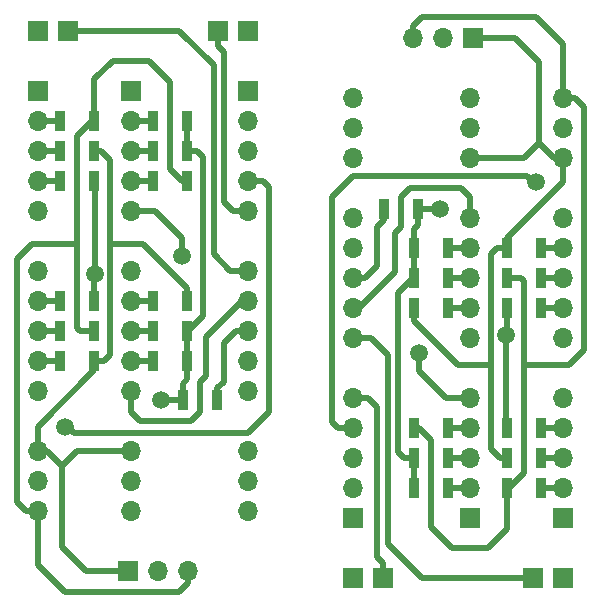
<source format=gbl>
G04 #@! TF.FileFunction,Copper,L2,Bot,Signal*
%FSLAX46Y46*%
G04 Gerber Fmt 4.6, Leading zero omitted, Abs format (unit mm)*
G04 Created by KiCad (PCBNEW 4.0.5) date 03/25/17 21:32:30*
%MOMM*%
%LPD*%
G01*
G04 APERTURE LIST*
%ADD10C,0.100000*%
%ADD11R,0.900000X1.700000*%
%ADD12R,1.700000X1.700000*%
%ADD13O,1.700000X1.700000*%
%ADD14C,1.500000*%
%ADD15C,0.500000*%
G04 APERTURE END LIST*
D10*
D11*
X121338000Y-120015000D03*
X118438000Y-120015000D03*
X121338000Y-122555000D03*
X118438000Y-122555000D03*
X121338000Y-125095000D03*
X118438000Y-125095000D03*
X113464000Y-135255000D03*
X110564000Y-135255000D03*
X121338000Y-135255000D03*
X118438000Y-135255000D03*
X113464000Y-137795000D03*
X110564000Y-137795000D03*
X121338000Y-137795000D03*
X118438000Y-137795000D03*
X113464000Y-140335000D03*
X110564000Y-140335000D03*
X121338000Y-140335000D03*
X118438000Y-140335000D03*
X113464000Y-120015000D03*
X110564000Y-120015000D03*
X113464000Y-122555000D03*
X110564000Y-122555000D03*
X113464000Y-125095000D03*
X110564000Y-125095000D03*
X108024000Y-116713000D03*
X110924000Y-116713000D03*
D12*
X105410000Y-142875000D03*
D13*
X105410000Y-140335000D03*
X105410000Y-137795000D03*
X105410000Y-135255000D03*
X105410000Y-132715000D03*
X105410000Y-127635000D03*
X105410000Y-125095000D03*
X105410000Y-122555000D03*
X105410000Y-120015000D03*
X105410000Y-117475000D03*
X105410000Y-112395000D03*
X105410000Y-109855000D03*
X105410000Y-107315000D03*
D12*
X115316000Y-142875000D03*
D13*
X115316000Y-140335000D03*
X115316000Y-137795000D03*
X115316000Y-135255000D03*
X115316000Y-132715000D03*
X115316000Y-127635000D03*
X115316000Y-125095000D03*
X115316000Y-122555000D03*
X115316000Y-120015000D03*
X115316000Y-117475000D03*
X115316000Y-112395000D03*
X115316000Y-109855000D03*
X115316000Y-107315000D03*
D12*
X115570000Y-102235000D03*
D13*
X113030000Y-102235000D03*
X110490000Y-102235000D03*
D12*
X107950000Y-147955000D03*
X105410000Y-147955000D03*
X123190000Y-147955000D03*
X120650000Y-147955000D03*
X123190000Y-142875000D03*
D13*
X123190000Y-140335000D03*
X123190000Y-137795000D03*
X123190000Y-135255000D03*
X123190000Y-132715000D03*
X123190000Y-127635000D03*
X123190000Y-125095000D03*
X123190000Y-122555000D03*
X123190000Y-120015000D03*
X123190000Y-117475000D03*
X123190000Y-112395000D03*
X123190000Y-109855000D03*
X123190000Y-107315000D03*
D12*
X78740000Y-106680000D03*
D13*
X78740000Y-109220000D03*
X78740000Y-111760000D03*
X78740000Y-114300000D03*
X78740000Y-116840000D03*
X78740000Y-121920000D03*
X78740000Y-124460000D03*
X78740000Y-127000000D03*
X78740000Y-129540000D03*
X78740000Y-132080000D03*
X78740000Y-137160000D03*
X78740000Y-139700000D03*
X78740000Y-142240000D03*
D12*
X81280000Y-101600000D03*
X78740000Y-101600000D03*
X96520000Y-101600000D03*
X93980000Y-101600000D03*
X86360000Y-147320000D03*
D13*
X88900000Y-147320000D03*
X91440000Y-147320000D03*
D12*
X86614000Y-106680000D03*
D13*
X86614000Y-109220000D03*
X86614000Y-111760000D03*
X86614000Y-114300000D03*
X86614000Y-116840000D03*
X86614000Y-121920000D03*
X86614000Y-124460000D03*
X86614000Y-127000000D03*
X86614000Y-129540000D03*
X86614000Y-132080000D03*
X86614000Y-137160000D03*
X86614000Y-139700000D03*
X86614000Y-142240000D03*
D12*
X96520000Y-106680000D03*
D13*
X96520000Y-109220000D03*
X96520000Y-111760000D03*
X96520000Y-114300000D03*
X96520000Y-116840000D03*
X96520000Y-121920000D03*
X96520000Y-124460000D03*
X96520000Y-127000000D03*
X96520000Y-129540000D03*
X96520000Y-132080000D03*
X96520000Y-137160000D03*
X96520000Y-139700000D03*
X96520000Y-142240000D03*
D11*
X93906000Y-132842000D03*
X91006000Y-132842000D03*
X88466000Y-124460000D03*
X91366000Y-124460000D03*
X88466000Y-127000000D03*
X91366000Y-127000000D03*
X88466000Y-129540000D03*
X91366000Y-129540000D03*
X80592000Y-109220000D03*
X83492000Y-109220000D03*
X88466000Y-109220000D03*
X91366000Y-109220000D03*
X80592000Y-111760000D03*
X83492000Y-111760000D03*
X88466000Y-111760000D03*
X91366000Y-111760000D03*
X80592000Y-114300000D03*
X83492000Y-114300000D03*
X88466000Y-114300000D03*
X91366000Y-114300000D03*
X80592000Y-124460000D03*
X83492000Y-124460000D03*
X80592000Y-127000000D03*
X83492000Y-127000000D03*
X80592000Y-129540000D03*
X83492000Y-129540000D03*
D14*
X118364000Y-127381000D03*
X112776000Y-116713000D03*
X89154000Y-132842000D03*
X83566000Y-122174000D03*
X120904000Y-114427000D03*
X81026000Y-135128000D03*
X110998000Y-128905000D03*
X90932000Y-120650000D03*
D15*
X111252000Y-147955000D02*
X120650000Y-147955000D01*
X108331000Y-145034000D02*
X111252000Y-147955000D01*
X108331000Y-129032000D02*
X108331000Y-145034000D01*
X106934000Y-127635000D02*
X108331000Y-129032000D01*
X105410000Y-127635000D02*
X106934000Y-127635000D01*
X96520000Y-121920000D02*
X94996000Y-121920000D01*
X94996000Y-121920000D02*
X93599000Y-120523000D01*
X93599000Y-120523000D02*
X93599000Y-104521000D01*
X93599000Y-104521000D02*
X90678000Y-101600000D01*
X90678000Y-101600000D02*
X81280000Y-101600000D01*
X107950000Y-146685000D02*
X107442000Y-146177000D01*
X107442000Y-146177000D02*
X107442000Y-133477000D01*
X107442000Y-133477000D02*
X106680000Y-132715000D01*
X107950000Y-146685000D02*
X107950000Y-147955000D01*
X105410000Y-132715000D02*
X106680000Y-132715000D01*
X96520000Y-116840000D02*
X95250000Y-116840000D01*
X93980000Y-102870000D02*
X93980000Y-101600000D01*
X94488000Y-116078000D02*
X95250000Y-116840000D01*
X94488000Y-103378000D02*
X94488000Y-116078000D01*
X93980000Y-102870000D02*
X94488000Y-103378000D01*
X121158000Y-111125000D02*
X119888000Y-112395000D01*
X117856000Y-137795000D02*
X117094000Y-137033000D01*
X117094000Y-129921000D02*
X117094000Y-120523000D01*
X117094000Y-137033000D02*
X117094000Y-129921000D01*
X117094000Y-120523000D02*
X117602000Y-120015000D01*
X117602000Y-120015000D02*
X118438000Y-120015000D01*
X118438000Y-137795000D02*
X117856000Y-137795000D01*
X122428000Y-112395000D02*
X123190000Y-112395000D01*
X121158000Y-111125000D02*
X122428000Y-112395000D01*
X118438000Y-119179000D02*
X118438000Y-120015000D01*
X123190000Y-114427000D02*
X118438000Y-119179000D01*
X123190000Y-112395000D02*
X123190000Y-114427000D01*
X119888000Y-112395000D02*
X115316000Y-112395000D01*
X111760000Y-127381000D02*
X111760000Y-127381000D01*
X111760000Y-127381000D02*
X110564000Y-126185000D01*
X110564000Y-126185000D02*
X110564000Y-125095000D01*
X117094000Y-129921000D02*
X114300000Y-129921000D01*
X114300000Y-129921000D02*
X111760000Y-127381000D01*
X119126000Y-102235000D02*
X121158000Y-104267000D01*
X121158000Y-104267000D02*
X121158000Y-111125000D01*
X115824000Y-102235000D02*
X119126000Y-102235000D01*
X86106000Y-147320000D02*
X82804000Y-147320000D01*
X80772000Y-145288000D02*
X80772000Y-138430000D01*
X82804000Y-147320000D02*
X80772000Y-145288000D01*
X87630000Y-119634000D02*
X90170000Y-122174000D01*
X84836000Y-119634000D02*
X87630000Y-119634000D01*
X91366000Y-123370000D02*
X91366000Y-124460000D01*
X90170000Y-122174000D02*
X91366000Y-123370000D01*
X90170000Y-122174000D02*
X90170000Y-122174000D01*
X82042000Y-137160000D02*
X86614000Y-137160000D01*
X78740000Y-137160000D02*
X78740000Y-135128000D01*
X78740000Y-135128000D02*
X83492000Y-130376000D01*
X83492000Y-130376000D02*
X83492000Y-129540000D01*
X80772000Y-138430000D02*
X79502000Y-137160000D01*
X79502000Y-137160000D02*
X78740000Y-137160000D01*
X83492000Y-111760000D02*
X84074000Y-111760000D01*
X84328000Y-129540000D02*
X83492000Y-129540000D01*
X84836000Y-129032000D02*
X84328000Y-129540000D01*
X84836000Y-112522000D02*
X84836000Y-119634000D01*
X84836000Y-119634000D02*
X84836000Y-129032000D01*
X84074000Y-111760000D02*
X84836000Y-112522000D01*
X80772000Y-138430000D02*
X82042000Y-137160000D01*
X118438000Y-125931000D02*
X118438000Y-125095000D01*
X118364000Y-127381000D02*
X118438000Y-127307000D01*
X118438000Y-127307000D02*
X118438000Y-125095000D01*
X118364000Y-135181000D02*
X118438000Y-135255000D01*
X118364000Y-127381000D02*
X118364000Y-135181000D01*
X110564000Y-120015000D02*
X110564000Y-122555000D01*
X110564000Y-140335000D02*
X110564000Y-137795000D01*
X109220000Y-123825000D02*
X109220000Y-137287000D01*
X109220000Y-137287000D02*
X109728000Y-137795000D01*
X109728000Y-137795000D02*
X110564000Y-137795000D01*
X110490000Y-122555000D02*
X109220000Y-123825000D01*
X110564000Y-122555000D02*
X110490000Y-122555000D01*
X112776000Y-116713000D02*
X110924000Y-116713000D01*
X110924000Y-118057000D02*
X110564000Y-118417000D01*
X110564000Y-118417000D02*
X110564000Y-120015000D01*
X110924000Y-116713000D02*
X110924000Y-118057000D01*
X91006000Y-132842000D02*
X91006000Y-131498000D01*
X91366000Y-131138000D02*
X91366000Y-129540000D01*
X91006000Y-131498000D02*
X91366000Y-131138000D01*
X89154000Y-132842000D02*
X91006000Y-132842000D01*
X91366000Y-127000000D02*
X91440000Y-127000000D01*
X91440000Y-127000000D02*
X92710000Y-125730000D01*
X92202000Y-111760000D02*
X91366000Y-111760000D01*
X92710000Y-112268000D02*
X92202000Y-111760000D01*
X92710000Y-125730000D02*
X92710000Y-112268000D01*
X91366000Y-109220000D02*
X91366000Y-111760000D01*
X91366000Y-129540000D02*
X91366000Y-127000000D01*
X83566000Y-122174000D02*
X83566000Y-114374000D01*
X83566000Y-114374000D02*
X83492000Y-114300000D01*
X83492000Y-122248000D02*
X83492000Y-124460000D01*
X83566000Y-122174000D02*
X83492000Y-122248000D01*
X83492000Y-123624000D02*
X83492000Y-124460000D01*
X118618000Y-140335000D02*
X119888000Y-139065000D01*
X119888000Y-139065000D02*
X119888000Y-129921000D01*
X124206000Y-107315000D02*
X124968000Y-108077000D01*
X124968000Y-108077000D02*
X124968000Y-128651000D01*
X124968000Y-128651000D02*
X123698000Y-129921000D01*
X123698000Y-129921000D02*
X119888000Y-129921000D01*
X123190000Y-107315000D02*
X124206000Y-107315000D01*
X119634000Y-122555000D02*
X119888000Y-122809000D01*
X119888000Y-122809000D02*
X119888000Y-129921000D01*
X118438000Y-122555000D02*
X119634000Y-122555000D01*
X118364000Y-140409000D02*
X118438000Y-140335000D01*
X118438000Y-143817000D02*
X118438000Y-140335000D01*
X116840000Y-145415000D02*
X118438000Y-143817000D01*
X113792000Y-145415000D02*
X116840000Y-145415000D01*
X112014000Y-143637000D02*
X113792000Y-145415000D01*
X112014000Y-136271000D02*
X112014000Y-143637000D01*
X110998000Y-135255000D02*
X112014000Y-136271000D01*
X110564000Y-135255000D02*
X110998000Y-135255000D01*
X123190000Y-102743000D02*
X120904000Y-100457000D01*
X120904000Y-100457000D02*
X111252000Y-100457000D01*
X111252000Y-100457000D02*
X110490000Y-101219000D01*
X110490000Y-101219000D02*
X110490000Y-102235000D01*
X123190000Y-107315000D02*
X123190000Y-102743000D01*
X78740000Y-142240000D02*
X78740000Y-146812000D01*
X91440000Y-148336000D02*
X91440000Y-147320000D01*
X90678000Y-149098000D02*
X91440000Y-148336000D01*
X81026000Y-149098000D02*
X90678000Y-149098000D01*
X78740000Y-146812000D02*
X81026000Y-149098000D01*
X91366000Y-114300000D02*
X90932000Y-114300000D01*
X90932000Y-114300000D02*
X89916000Y-113284000D01*
X89916000Y-113284000D02*
X89916000Y-105918000D01*
X89916000Y-105918000D02*
X88138000Y-104140000D01*
X88138000Y-104140000D02*
X85090000Y-104140000D01*
X85090000Y-104140000D02*
X83492000Y-105738000D01*
X83492000Y-105738000D02*
X83492000Y-109220000D01*
X83566000Y-109146000D02*
X83492000Y-109220000D01*
X83492000Y-127000000D02*
X82296000Y-127000000D01*
X82042000Y-126746000D02*
X82042000Y-119634000D01*
X82296000Y-127000000D02*
X82042000Y-126746000D01*
X78740000Y-142240000D02*
X77724000Y-142240000D01*
X78232000Y-119634000D02*
X82042000Y-119634000D01*
X76962000Y-120904000D02*
X78232000Y-119634000D01*
X76962000Y-141478000D02*
X76962000Y-120904000D01*
X77724000Y-142240000D02*
X76962000Y-141478000D01*
X82042000Y-110490000D02*
X82042000Y-119634000D01*
X83312000Y-109220000D02*
X82042000Y-110490000D01*
X123190000Y-140335000D02*
X121338000Y-140335000D01*
X78740000Y-109220000D02*
X80592000Y-109220000D01*
X115316000Y-140335000D02*
X113464000Y-140335000D01*
X86614000Y-109220000D02*
X88466000Y-109220000D01*
X121338000Y-137795000D02*
X123190000Y-137795000D01*
X80592000Y-111760000D02*
X78740000Y-111760000D01*
X113464000Y-137795000D02*
X115316000Y-137795000D01*
X88466000Y-111760000D02*
X86614000Y-111760000D01*
X123190000Y-135255000D02*
X121338000Y-135255000D01*
X78740000Y-114300000D02*
X80592000Y-114300000D01*
X113464000Y-135255000D02*
X115316000Y-135255000D01*
X88466000Y-114300000D02*
X86614000Y-114300000D01*
X121338000Y-125095000D02*
X123190000Y-125095000D01*
X80592000Y-124460000D02*
X78740000Y-124460000D01*
X113464000Y-125095000D02*
X115316000Y-125095000D01*
X88466000Y-124460000D02*
X86614000Y-124460000D01*
X121338000Y-122555000D02*
X123190000Y-122555000D01*
X80592000Y-127000000D02*
X78740000Y-127000000D01*
X113464000Y-122555000D02*
X115316000Y-122555000D01*
X88466000Y-127000000D02*
X86614000Y-127000000D01*
X123190000Y-120015000D02*
X121338000Y-120015000D01*
X78740000Y-129540000D02*
X80592000Y-129540000D01*
X113464000Y-120015000D02*
X115316000Y-120015000D01*
X88466000Y-129540000D02*
X86614000Y-129540000D01*
X108024000Y-117655000D02*
X107442000Y-118237000D01*
X107442000Y-118237000D02*
X107442000Y-121539000D01*
X107442000Y-121539000D02*
X106426000Y-122555000D01*
X106426000Y-122555000D02*
X105410000Y-122555000D01*
X108024000Y-116713000D02*
X108024000Y-117655000D01*
X93906000Y-132842000D02*
X93906000Y-131900000D01*
X95504000Y-127000000D02*
X96520000Y-127000000D01*
X94488000Y-128016000D02*
X95504000Y-127000000D01*
X94488000Y-131318000D02*
X94488000Y-128016000D01*
X93906000Y-131900000D02*
X94488000Y-131318000D01*
X105410000Y-135255000D02*
X104140000Y-135255000D01*
X120142000Y-113919000D02*
X120650000Y-114427000D01*
X105410000Y-113919000D02*
X120142000Y-113919000D01*
X103632000Y-115697000D02*
X105410000Y-113919000D01*
X103632000Y-134747000D02*
X103632000Y-115697000D01*
X104140000Y-135255000D02*
X103632000Y-134747000D01*
X120650000Y-114427000D02*
X120904000Y-114427000D01*
X81280000Y-135128000D02*
X81026000Y-135128000D01*
X97790000Y-114300000D02*
X98298000Y-114808000D01*
X98298000Y-114808000D02*
X98298000Y-133858000D01*
X98298000Y-133858000D02*
X96520000Y-135636000D01*
X96520000Y-135636000D02*
X81788000Y-135636000D01*
X81788000Y-135636000D02*
X81280000Y-135128000D01*
X96520000Y-114300000D02*
X97790000Y-114300000D01*
X115316000Y-132715000D02*
X113284000Y-132715000D01*
X110998000Y-130429000D02*
X110998000Y-128905000D01*
X113284000Y-132715000D02*
X110998000Y-130429000D01*
X88646000Y-116840000D02*
X90932000Y-119126000D01*
X90932000Y-119126000D02*
X90932000Y-120650000D01*
X86614000Y-116840000D02*
X88646000Y-116840000D01*
X105918000Y-125095000D02*
X105410000Y-125095000D01*
X108966000Y-122047000D02*
X105918000Y-125095000D01*
X115316000Y-117475000D02*
X115316000Y-115697000D01*
X109474000Y-118237000D02*
X108966000Y-118745000D01*
X109474000Y-115697000D02*
X109474000Y-118237000D01*
X110236000Y-114935000D02*
X109474000Y-115697000D01*
X114554000Y-114935000D02*
X110236000Y-114935000D01*
X115316000Y-115697000D02*
X114554000Y-114935000D01*
X108966000Y-118745000D02*
X108966000Y-122047000D01*
X92964000Y-130810000D02*
X92964000Y-127508000D01*
X86614000Y-133858000D02*
X87376000Y-134620000D01*
X87376000Y-134620000D02*
X91694000Y-134620000D01*
X91694000Y-134620000D02*
X92456000Y-133858000D01*
X92456000Y-133858000D02*
X92456000Y-131318000D01*
X92456000Y-131318000D02*
X92964000Y-130810000D01*
X86614000Y-132080000D02*
X86614000Y-133858000D01*
X92964000Y-127508000D02*
X96012000Y-124460000D01*
X96012000Y-124460000D02*
X96520000Y-124460000D01*
M02*

</source>
